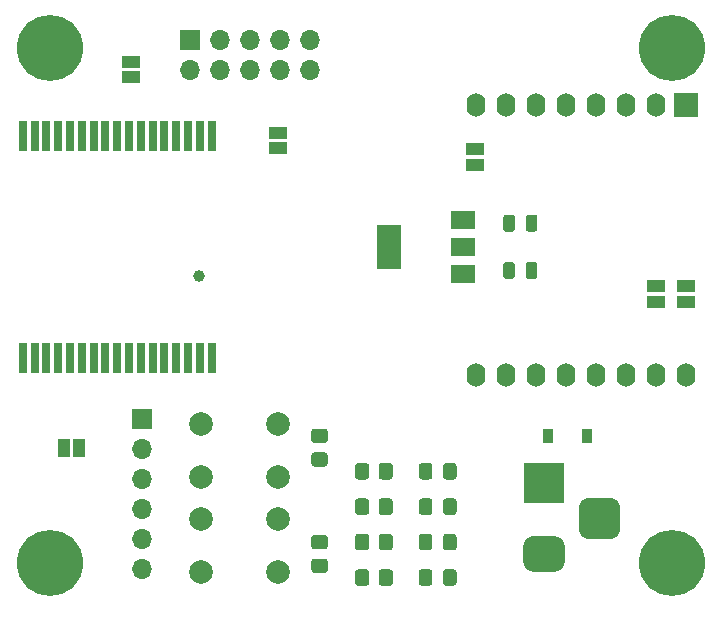
<source format=gbr>
%TF.GenerationSoftware,KiCad,Pcbnew,(5.1.10)-1*%
%TF.CreationDate,2021-11-06T01:00:33+01:00*%
%TF.ProjectId,xlAnchor,786c416e-6368-46f7-922e-6b696361645f,rev?*%
%TF.SameCoordinates,Original*%
%TF.FileFunction,Soldermask,Top*%
%TF.FilePolarity,Negative*%
%FSLAX46Y46*%
G04 Gerber Fmt 4.6, Leading zero omitted, Abs format (unit mm)*
G04 Created by KiCad (PCBNEW (5.1.10)-1) date 2021-11-06 01:00:33*
%MOMM*%
%LPD*%
G01*
G04 APERTURE LIST*
%ADD10C,5.600000*%
%ADD11R,1.500000X1.000000*%
%ADD12R,1.000000X1.500000*%
%ADD13R,3.500000X3.500000*%
%ADD14O,1.700000X1.700000*%
%ADD15R,1.700000X1.700000*%
%ADD16R,0.900000X1.200000*%
%ADD17R,2.000000X1.500000*%
%ADD18R,2.000000X3.800000*%
%ADD19R,0.650000X2.540000*%
%ADD20C,1.000000*%
%ADD21O,1.600000X2.000000*%
%ADD22R,2.000000X2.000000*%
%ADD23C,2.000000*%
G04 APERTURE END LIST*
D10*
%TO.C,H4*%
X154800000Y-62800000D03*
%TD*%
%TO.C,H3*%
X102200000Y-19200000D03*
%TD*%
%TO.C,H2*%
X102200000Y-62800000D03*
%TD*%
%TO.C,H1*%
X154800000Y-19200000D03*
%TD*%
%TO.C,R6*%
G36*
G01*
X130005000Y-64450001D02*
X130005000Y-63549999D01*
G75*
G02*
X130254999Y-63300000I249999J0D01*
G01*
X130955001Y-63300000D01*
G75*
G02*
X131205000Y-63549999I0J-249999D01*
G01*
X131205000Y-64450001D01*
G75*
G02*
X130955001Y-64700000I-249999J0D01*
G01*
X130254999Y-64700000D01*
G75*
G02*
X130005000Y-64450001I0J249999D01*
G01*
G37*
G36*
G01*
X128005000Y-64450001D02*
X128005000Y-63549999D01*
G75*
G02*
X128254999Y-63300000I249999J0D01*
G01*
X128955001Y-63300000D01*
G75*
G02*
X129205000Y-63549999I0J-249999D01*
G01*
X129205000Y-64450001D01*
G75*
G02*
X128955001Y-64700000I-249999J0D01*
G01*
X128254999Y-64700000D01*
G75*
G02*
X128005000Y-64450001I0J249999D01*
G01*
G37*
%TD*%
%TO.C,R5*%
G36*
G01*
X130005000Y-61450001D02*
X130005000Y-60549999D01*
G75*
G02*
X130254999Y-60300000I249999J0D01*
G01*
X130955001Y-60300000D01*
G75*
G02*
X131205000Y-60549999I0J-249999D01*
G01*
X131205000Y-61450001D01*
G75*
G02*
X130955001Y-61700000I-249999J0D01*
G01*
X130254999Y-61700000D01*
G75*
G02*
X130005000Y-61450001I0J249999D01*
G01*
G37*
G36*
G01*
X128005000Y-61450001D02*
X128005000Y-60549999D01*
G75*
G02*
X128254999Y-60300000I249999J0D01*
G01*
X128955001Y-60300000D01*
G75*
G02*
X129205000Y-60549999I0J-249999D01*
G01*
X129205000Y-61450001D01*
G75*
G02*
X128955001Y-61700000I-249999J0D01*
G01*
X128254999Y-61700000D01*
G75*
G02*
X128005000Y-61450001I0J249999D01*
G01*
G37*
%TD*%
D11*
%TO.C,JP6*%
X138200000Y-27750000D03*
X138200000Y-29050000D03*
%TD*%
D12*
%TO.C,JP5*%
X103350000Y-53000000D03*
X104650000Y-53000000D03*
%TD*%
%TO.C,J3*%
G36*
G01*
X149575000Y-60750000D02*
X147825000Y-60750000D01*
G75*
G02*
X146950000Y-59875000I0J875000D01*
G01*
X146950000Y-58125000D01*
G75*
G02*
X147825000Y-57250000I875000J0D01*
G01*
X149575000Y-57250000D01*
G75*
G02*
X150450000Y-58125000I0J-875000D01*
G01*
X150450000Y-59875000D01*
G75*
G02*
X149575000Y-60750000I-875000J0D01*
G01*
G37*
G36*
G01*
X145000000Y-63500000D02*
X143000000Y-63500000D01*
G75*
G02*
X142250000Y-62750000I0J750000D01*
G01*
X142250000Y-61250000D01*
G75*
G02*
X143000000Y-60500000I750000J0D01*
G01*
X145000000Y-60500000D01*
G75*
G02*
X145750000Y-61250000I0J-750000D01*
G01*
X145750000Y-62750000D01*
G75*
G02*
X145000000Y-63500000I-750000J0D01*
G01*
G37*
D13*
X144000000Y-56000000D03*
%TD*%
D14*
%TO.C,J2*%
X110000000Y-63300000D03*
X110000000Y-60760000D03*
X110000000Y-58220000D03*
X110000000Y-55680000D03*
X110000000Y-53140000D03*
D15*
X110000000Y-50600000D03*
%TD*%
D16*
%TO.C,D5*%
X147650000Y-52000000D03*
X144350000Y-52000000D03*
%TD*%
%TO.C,D4*%
G36*
G01*
X134550000Y-63549999D02*
X134550000Y-64450001D01*
G75*
G02*
X134300001Y-64700000I-249999J0D01*
G01*
X133649999Y-64700000D01*
G75*
G02*
X133400000Y-64450001I0J249999D01*
G01*
X133400000Y-63549999D01*
G75*
G02*
X133649999Y-63300000I249999J0D01*
G01*
X134300001Y-63300000D01*
G75*
G02*
X134550000Y-63549999I0J-249999D01*
G01*
G37*
G36*
G01*
X136600000Y-63549999D02*
X136600000Y-64450001D01*
G75*
G02*
X136350001Y-64700000I-249999J0D01*
G01*
X135699999Y-64700000D01*
G75*
G02*
X135450000Y-64450001I0J249999D01*
G01*
X135450000Y-63549999D01*
G75*
G02*
X135699999Y-63300000I249999J0D01*
G01*
X136350001Y-63300000D01*
G75*
G02*
X136600000Y-63549999I0J-249999D01*
G01*
G37*
%TD*%
%TO.C,D3*%
G36*
G01*
X134550000Y-60549999D02*
X134550000Y-61450001D01*
G75*
G02*
X134300001Y-61700000I-249999J0D01*
G01*
X133649999Y-61700000D01*
G75*
G02*
X133400000Y-61450001I0J249999D01*
G01*
X133400000Y-60549999D01*
G75*
G02*
X133649999Y-60300000I249999J0D01*
G01*
X134300001Y-60300000D01*
G75*
G02*
X134550000Y-60549999I0J-249999D01*
G01*
G37*
G36*
G01*
X136600000Y-60549999D02*
X136600000Y-61450001D01*
G75*
G02*
X136350001Y-61700000I-249999J0D01*
G01*
X135699999Y-61700000D01*
G75*
G02*
X135450000Y-61450001I0J249999D01*
G01*
X135450000Y-60549999D01*
G75*
G02*
X135699999Y-60300000I249999J0D01*
G01*
X136350001Y-60300000D01*
G75*
G02*
X136600000Y-60549999I0J-249999D01*
G01*
G37*
%TD*%
%TO.C,C2*%
G36*
G01*
X142450000Y-38475000D02*
X142450000Y-37525000D01*
G75*
G02*
X142700000Y-37275000I250000J0D01*
G01*
X143200000Y-37275000D01*
G75*
G02*
X143450000Y-37525000I0J-250000D01*
G01*
X143450000Y-38475000D01*
G75*
G02*
X143200000Y-38725000I-250000J0D01*
G01*
X142700000Y-38725000D01*
G75*
G02*
X142450000Y-38475000I0J250000D01*
G01*
G37*
G36*
G01*
X140550000Y-38475000D02*
X140550000Y-37525000D01*
G75*
G02*
X140800000Y-37275000I250000J0D01*
G01*
X141300000Y-37275000D01*
G75*
G02*
X141550000Y-37525000I0J-250000D01*
G01*
X141550000Y-38475000D01*
G75*
G02*
X141300000Y-38725000I-250000J0D01*
G01*
X140800000Y-38725000D01*
G75*
G02*
X140550000Y-38475000I0J250000D01*
G01*
G37*
%TD*%
%TO.C,C1*%
G36*
G01*
X142450000Y-34475000D02*
X142450000Y-33525000D01*
G75*
G02*
X142700000Y-33275000I250000J0D01*
G01*
X143200000Y-33275000D01*
G75*
G02*
X143450000Y-33525000I0J-250000D01*
G01*
X143450000Y-34475000D01*
G75*
G02*
X143200000Y-34725000I-250000J0D01*
G01*
X142700000Y-34725000D01*
G75*
G02*
X142450000Y-34475000I0J250000D01*
G01*
G37*
G36*
G01*
X140550000Y-34475000D02*
X140550000Y-33525000D01*
G75*
G02*
X140800000Y-33275000I250000J0D01*
G01*
X141300000Y-33275000D01*
G75*
G02*
X141550000Y-33525000I0J-250000D01*
G01*
X141550000Y-34475000D01*
G75*
G02*
X141300000Y-34725000I-250000J0D01*
G01*
X140800000Y-34725000D01*
G75*
G02*
X140550000Y-34475000I0J250000D01*
G01*
G37*
%TD*%
D17*
%TO.C,U3*%
X137150000Y-38300000D03*
X137150000Y-33700000D03*
X137150000Y-36000000D03*
D18*
X130850000Y-36000000D03*
%TD*%
D19*
%TO.C,U2*%
X99870000Y-26580000D03*
X100870000Y-26580000D03*
X101870000Y-26580000D03*
X102870000Y-26580000D03*
X103870000Y-26580000D03*
X104870000Y-26580000D03*
X105870000Y-26580000D03*
X106870000Y-26580000D03*
X107870000Y-26580000D03*
X108870000Y-26580000D03*
X109870000Y-26580000D03*
X110870000Y-26580000D03*
X111870000Y-26580000D03*
X112870000Y-26580000D03*
X113870000Y-26580000D03*
X114870000Y-26580000D03*
X115870000Y-26580000D03*
X115870000Y-45420000D03*
X114870000Y-45420000D03*
X113870000Y-45420000D03*
X112870000Y-45420000D03*
X111870000Y-45420000D03*
X110870000Y-45420000D03*
X109870000Y-45420000D03*
X108870000Y-45420000D03*
X107870000Y-45420000D03*
X106870000Y-45420000D03*
X105870000Y-45420000D03*
X104870000Y-45420000D03*
X103870000Y-45420000D03*
X102870000Y-45420000D03*
X101870000Y-45420000D03*
X100870000Y-45420000D03*
X99870000Y-45420000D03*
D20*
X114820000Y-38435000D03*
%TD*%
D21*
%TO.C,U1*%
X156000000Y-46860000D03*
X153460000Y-46860000D03*
X150920000Y-46860000D03*
X148380000Y-46860000D03*
X145840000Y-46860000D03*
X143300000Y-46860000D03*
X140760000Y-46860000D03*
X138220000Y-46860000D03*
X138220000Y-24000000D03*
X140760000Y-24000000D03*
X143300000Y-24000000D03*
X145840000Y-24000000D03*
X148380000Y-24000000D03*
X150920000Y-24000000D03*
D22*
X156000000Y-24000000D03*
D21*
X153460000Y-24000000D03*
%TD*%
D23*
%TO.C,SW2*%
X121500000Y-51000000D03*
X121500000Y-55500000D03*
X115000000Y-51000000D03*
X115000000Y-55500000D03*
%TD*%
%TO.C,SW1*%
X121500000Y-59000000D03*
X121500000Y-63500000D03*
X115000000Y-59000000D03*
X115000000Y-63500000D03*
%TD*%
%TO.C,R4*%
G36*
G01*
X130005000Y-58450001D02*
X130005000Y-57549999D01*
G75*
G02*
X130254999Y-57300000I249999J0D01*
G01*
X130955001Y-57300000D01*
G75*
G02*
X131205000Y-57549999I0J-249999D01*
G01*
X131205000Y-58450001D01*
G75*
G02*
X130955001Y-58700000I-249999J0D01*
G01*
X130254999Y-58700000D01*
G75*
G02*
X130005000Y-58450001I0J249999D01*
G01*
G37*
G36*
G01*
X128005000Y-58450001D02*
X128005000Y-57549999D01*
G75*
G02*
X128254999Y-57300000I249999J0D01*
G01*
X128955001Y-57300000D01*
G75*
G02*
X129205000Y-57549999I0J-249999D01*
G01*
X129205000Y-58450001D01*
G75*
G02*
X128955001Y-58700000I-249999J0D01*
G01*
X128254999Y-58700000D01*
G75*
G02*
X128005000Y-58450001I0J249999D01*
G01*
G37*
%TD*%
%TO.C,R3*%
G36*
G01*
X130005000Y-55450001D02*
X130005000Y-54549999D01*
G75*
G02*
X130254999Y-54300000I249999J0D01*
G01*
X130955001Y-54300000D01*
G75*
G02*
X131205000Y-54549999I0J-249999D01*
G01*
X131205000Y-55450001D01*
G75*
G02*
X130955001Y-55700000I-249999J0D01*
G01*
X130254999Y-55700000D01*
G75*
G02*
X130005000Y-55450001I0J249999D01*
G01*
G37*
G36*
G01*
X128005000Y-55450001D02*
X128005000Y-54549999D01*
G75*
G02*
X128254999Y-54300000I249999J0D01*
G01*
X128955001Y-54300000D01*
G75*
G02*
X129205000Y-54549999I0J-249999D01*
G01*
X129205000Y-55450001D01*
G75*
G02*
X128955001Y-55700000I-249999J0D01*
G01*
X128254999Y-55700000D01*
G75*
G02*
X128005000Y-55450001I0J249999D01*
G01*
G37*
%TD*%
%TO.C,R2*%
G36*
G01*
X124549999Y-53400000D02*
X125450001Y-53400000D01*
G75*
G02*
X125700000Y-53649999I0J-249999D01*
G01*
X125700000Y-54350001D01*
G75*
G02*
X125450001Y-54600000I-249999J0D01*
G01*
X124549999Y-54600000D01*
G75*
G02*
X124300000Y-54350001I0J249999D01*
G01*
X124300000Y-53649999D01*
G75*
G02*
X124549999Y-53400000I249999J0D01*
G01*
G37*
G36*
G01*
X124549999Y-51400000D02*
X125450001Y-51400000D01*
G75*
G02*
X125700000Y-51649999I0J-249999D01*
G01*
X125700000Y-52350001D01*
G75*
G02*
X125450001Y-52600000I-249999J0D01*
G01*
X124549999Y-52600000D01*
G75*
G02*
X124300000Y-52350001I0J249999D01*
G01*
X124300000Y-51649999D01*
G75*
G02*
X124549999Y-51400000I249999J0D01*
G01*
G37*
%TD*%
%TO.C,R1*%
G36*
G01*
X124549999Y-62400000D02*
X125450001Y-62400000D01*
G75*
G02*
X125700000Y-62649999I0J-249999D01*
G01*
X125700000Y-63350001D01*
G75*
G02*
X125450001Y-63600000I-249999J0D01*
G01*
X124549999Y-63600000D01*
G75*
G02*
X124300000Y-63350001I0J249999D01*
G01*
X124300000Y-62649999D01*
G75*
G02*
X124549999Y-62400000I249999J0D01*
G01*
G37*
G36*
G01*
X124549999Y-60400000D02*
X125450001Y-60400000D01*
G75*
G02*
X125700000Y-60649999I0J-249999D01*
G01*
X125700000Y-61350001D01*
G75*
G02*
X125450001Y-61600000I-249999J0D01*
G01*
X124549999Y-61600000D01*
G75*
G02*
X124300000Y-61350001I0J249999D01*
G01*
X124300000Y-60649999D01*
G75*
G02*
X124549999Y-60400000I249999J0D01*
G01*
G37*
%TD*%
D11*
%TO.C,JP4*%
X121500000Y-27650000D03*
X121500000Y-26350000D03*
%TD*%
%TO.C,JP3*%
X109000000Y-21650000D03*
X109000000Y-20350000D03*
%TD*%
%TO.C,JP2*%
X156000000Y-39350000D03*
X156000000Y-40650000D03*
%TD*%
%TO.C,JP1*%
X153500000Y-39350000D03*
X153500000Y-40650000D03*
%TD*%
D14*
%TO.C,J1*%
X124160000Y-21040000D03*
X124160000Y-18500000D03*
X121620000Y-21040000D03*
X121620000Y-18500000D03*
X119080000Y-21040000D03*
X119080000Y-18500000D03*
X116540000Y-21040000D03*
X116540000Y-18500000D03*
X114000000Y-21040000D03*
D15*
X114000000Y-18500000D03*
%TD*%
%TO.C,D2*%
G36*
G01*
X134550000Y-57549999D02*
X134550000Y-58450001D01*
G75*
G02*
X134300001Y-58700000I-249999J0D01*
G01*
X133649999Y-58700000D01*
G75*
G02*
X133400000Y-58450001I0J249999D01*
G01*
X133400000Y-57549999D01*
G75*
G02*
X133649999Y-57300000I249999J0D01*
G01*
X134300001Y-57300000D01*
G75*
G02*
X134550000Y-57549999I0J-249999D01*
G01*
G37*
G36*
G01*
X136600000Y-57549999D02*
X136600000Y-58450001D01*
G75*
G02*
X136350001Y-58700000I-249999J0D01*
G01*
X135699999Y-58700000D01*
G75*
G02*
X135450000Y-58450001I0J249999D01*
G01*
X135450000Y-57549999D01*
G75*
G02*
X135699999Y-57300000I249999J0D01*
G01*
X136350001Y-57300000D01*
G75*
G02*
X136600000Y-57549999I0J-249999D01*
G01*
G37*
%TD*%
%TO.C,D1*%
G36*
G01*
X134550000Y-54549999D02*
X134550000Y-55450001D01*
G75*
G02*
X134300001Y-55700000I-249999J0D01*
G01*
X133649999Y-55700000D01*
G75*
G02*
X133400000Y-55450001I0J249999D01*
G01*
X133400000Y-54549999D01*
G75*
G02*
X133649999Y-54300000I249999J0D01*
G01*
X134300001Y-54300000D01*
G75*
G02*
X134550000Y-54549999I0J-249999D01*
G01*
G37*
G36*
G01*
X136600000Y-54549999D02*
X136600000Y-55450001D01*
G75*
G02*
X136350001Y-55700000I-249999J0D01*
G01*
X135699999Y-55700000D01*
G75*
G02*
X135450000Y-55450001I0J249999D01*
G01*
X135450000Y-54549999D01*
G75*
G02*
X135699999Y-54300000I249999J0D01*
G01*
X136350001Y-54300000D01*
G75*
G02*
X136600000Y-54549999I0J-249999D01*
G01*
G37*
%TD*%
M02*

</source>
